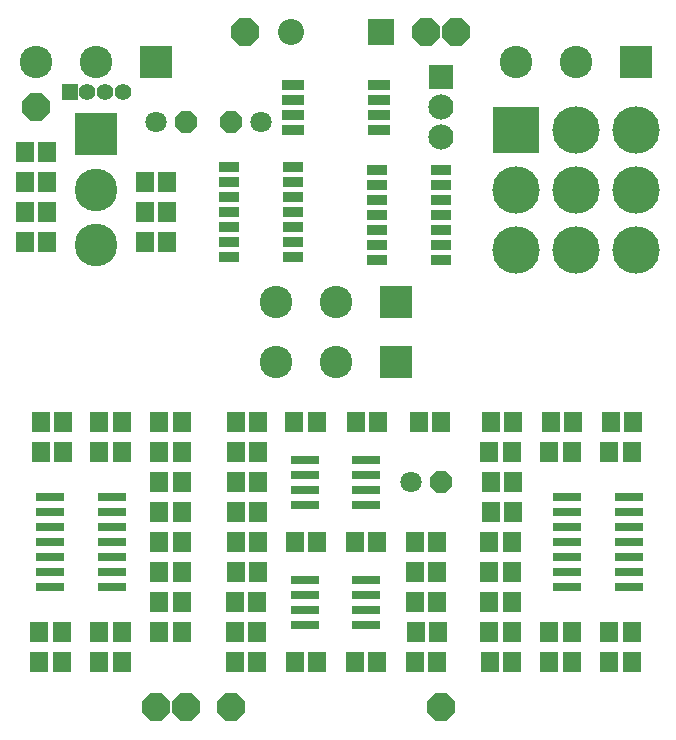
<source format=gbr>
G04 EAGLE Gerber RS-274X export*
G75*
%MOMM*%
%FSLAX34Y34*%
%LPD*%
%INSoldermask Top*%
%IPPOS*%
%AMOC8*
5,1,8,0,0,1.08239X$1,22.5*%
G01*
%ADD10P,2.556822X8X22.500000*%
%ADD11R,1.503200X1.703200*%
%ADD12P,1.951982X8X22.500000*%
%ADD13C,1.803400*%
%ADD14P,1.951982X8X202.500000*%
%ADD15C,2.203200*%
%ADD16R,2.203200X2.203200*%
%ADD17R,2.403200X0.803200*%
%ADD18R,2.133600X2.133600*%
%ADD19C,2.133600*%
%ADD20R,2.743200X2.743200*%
%ADD21C,2.743200*%
%ADD22R,3.619200X3.619200*%
%ADD23C,3.619200*%
%ADD24R,1.731200X0.853200*%
%ADD25R,1.411200X1.411200*%
%ADD26C,1.411200*%
%ADD27R,1.953200X0.853200*%
%ADD28R,4.019200X4.019200*%
%ADD29C,4.019200*%


D10*
X214630Y736600D03*
D11*
X206400Y228600D03*
X225400Y228600D03*
D12*
X165100Y660400D03*
D13*
X139700Y660400D03*
D11*
X308000Y203200D03*
X327000Y203200D03*
D14*
X203200Y660400D03*
D13*
X228600Y660400D03*
D12*
X381000Y355600D03*
D13*
X355600Y355600D03*
D15*
X254000Y736600D03*
D16*
X330200Y736600D03*
D10*
X393700Y736600D03*
X38100Y673100D03*
X368300Y736600D03*
D17*
X50200Y330200D03*
X102200Y330200D03*
X50200Y342900D03*
X50200Y317500D03*
X50200Y304800D03*
X102200Y342900D03*
X102200Y317500D03*
X102200Y304800D03*
X50200Y279400D03*
X102200Y279400D03*
X50200Y292100D03*
X50200Y266700D03*
X102200Y292100D03*
X102200Y266700D03*
D10*
X203200Y165100D03*
X165100Y165100D03*
X381000Y165100D03*
D11*
X225400Y203200D03*
X206400Y203200D03*
X377800Y279400D03*
X358800Y279400D03*
X257200Y203200D03*
X276200Y203200D03*
X358800Y304800D03*
X377800Y304800D03*
X206400Y254000D03*
X225400Y254000D03*
X358800Y254000D03*
X377800Y254000D03*
X377800Y203200D03*
X358800Y203200D03*
X130200Y609600D03*
X149200Y609600D03*
X308000Y304800D03*
X327000Y304800D03*
X257200Y304800D03*
X276200Y304800D03*
X28600Y584200D03*
X47600Y584200D03*
X47600Y609600D03*
X28600Y609600D03*
X47600Y558800D03*
X28600Y558800D03*
D18*
X381000Y698500D03*
D19*
X381000Y673100D03*
X381000Y647700D03*
D20*
X139700Y711200D03*
D21*
X88900Y711200D03*
X38100Y711200D03*
D10*
X139700Y165100D03*
D22*
X88900Y650240D03*
D23*
X88900Y603250D03*
X88900Y556260D03*
D24*
X201490Y622300D03*
X201490Y609600D03*
X201490Y596900D03*
X201490Y584200D03*
X201490Y571500D03*
X201490Y558800D03*
X201490Y546100D03*
X255710Y546100D03*
X255710Y558800D03*
X255710Y571500D03*
X255710Y584200D03*
X255710Y596900D03*
X255710Y609600D03*
X255710Y622300D03*
D11*
X47600Y635000D03*
X28600Y635000D03*
D25*
X66400Y685800D03*
D26*
X81400Y685800D03*
X96400Y685800D03*
X111400Y685800D03*
D11*
X130200Y558800D03*
X149200Y558800D03*
X130200Y584200D03*
X149200Y584200D03*
D24*
X326780Y619900D03*
X326780Y607200D03*
X326780Y594500D03*
X326780Y581800D03*
X326780Y569100D03*
X326780Y556400D03*
X326780Y543700D03*
X381000Y543700D03*
X381000Y556400D03*
X381000Y569100D03*
X381000Y581800D03*
X381000Y594500D03*
X381000Y607200D03*
X381000Y619900D03*
D17*
X265500Y260350D03*
X317500Y260350D03*
X265500Y273050D03*
X265500Y247650D03*
X265500Y234950D03*
X317500Y273050D03*
X317500Y247650D03*
X317500Y234950D03*
X265570Y361950D03*
X317570Y361950D03*
X265570Y374650D03*
X265570Y349250D03*
X265570Y336550D03*
X317570Y374650D03*
X317570Y349250D03*
X317570Y336550D03*
D11*
X40690Y203200D03*
X59690Y203200D03*
X91490Y203200D03*
X110490Y203200D03*
X40690Y228600D03*
X59690Y228600D03*
X91490Y228600D03*
X110490Y228600D03*
X91490Y406400D03*
X110490Y406400D03*
X41960Y406400D03*
X60960Y406400D03*
X60910Y381000D03*
X41910Y381000D03*
X110440Y381000D03*
X91440Y381000D03*
X161240Y381000D03*
X142240Y381000D03*
X142290Y406400D03*
X161290Y406400D03*
X161240Y330200D03*
X142240Y330200D03*
X142290Y355600D03*
X161290Y355600D03*
X142290Y304800D03*
X161290Y304800D03*
X161240Y254000D03*
X142240Y254000D03*
X161240Y228600D03*
X142240Y228600D03*
X142290Y279400D03*
X161290Y279400D03*
D17*
X487750Y330200D03*
X539750Y330200D03*
X487750Y342900D03*
X487750Y317500D03*
X487750Y304800D03*
X539750Y342900D03*
X539750Y317500D03*
X539750Y304800D03*
X487750Y279400D03*
X539750Y279400D03*
X487750Y292100D03*
X487750Y266700D03*
X539750Y292100D03*
X539750Y266700D03*
D11*
X440640Y254000D03*
X421640Y254000D03*
X421690Y228600D03*
X440690Y228600D03*
X440640Y304800D03*
X421640Y304800D03*
X441910Y330200D03*
X422910Y330200D03*
X421690Y279400D03*
X440690Y279400D03*
X421690Y381000D03*
X440690Y381000D03*
X441910Y355600D03*
X422910Y355600D03*
X441910Y406400D03*
X422910Y406400D03*
X492710Y406400D03*
X473710Y406400D03*
X472490Y381000D03*
X491490Y381000D03*
X523290Y381000D03*
X542290Y381000D03*
X543510Y406400D03*
X524510Y406400D03*
X491440Y203200D03*
X472440Y203200D03*
X523290Y203200D03*
X542290Y203200D03*
X542240Y228600D03*
X523240Y228600D03*
X472490Y228600D03*
X491490Y228600D03*
X207060Y279400D03*
X226060Y279400D03*
X256590Y406400D03*
X275590Y406400D03*
D20*
X342900Y457200D03*
D21*
X292100Y457200D03*
X241300Y457200D03*
D20*
X342900Y508000D03*
D21*
X292100Y508000D03*
X241300Y508000D03*
D11*
X308660Y406400D03*
X327660Y406400D03*
X226010Y381000D03*
X207010Y381000D03*
X207060Y406400D03*
X226060Y406400D03*
X226010Y304800D03*
X207010Y304800D03*
X207060Y330200D03*
X226060Y330200D03*
X362000Y406400D03*
X381000Y406400D03*
X226010Y355600D03*
X207010Y355600D03*
D20*
X546100Y711200D03*
D21*
X495300Y711200D03*
X444500Y711200D03*
D11*
X359460Y228600D03*
X378460Y228600D03*
D27*
X255850Y692150D03*
X255850Y679450D03*
X255850Y666750D03*
X255850Y654050D03*
X328350Y654050D03*
X328350Y666750D03*
X328350Y679450D03*
X328350Y692150D03*
D11*
X441300Y203200D03*
X422300Y203200D03*
D28*
X444500Y654050D03*
D29*
X444500Y603250D03*
X444500Y552450D03*
X495300Y654050D03*
X495300Y603250D03*
X495300Y552450D03*
X546100Y654050D03*
X546100Y603250D03*
X546100Y552450D03*
M02*

</source>
